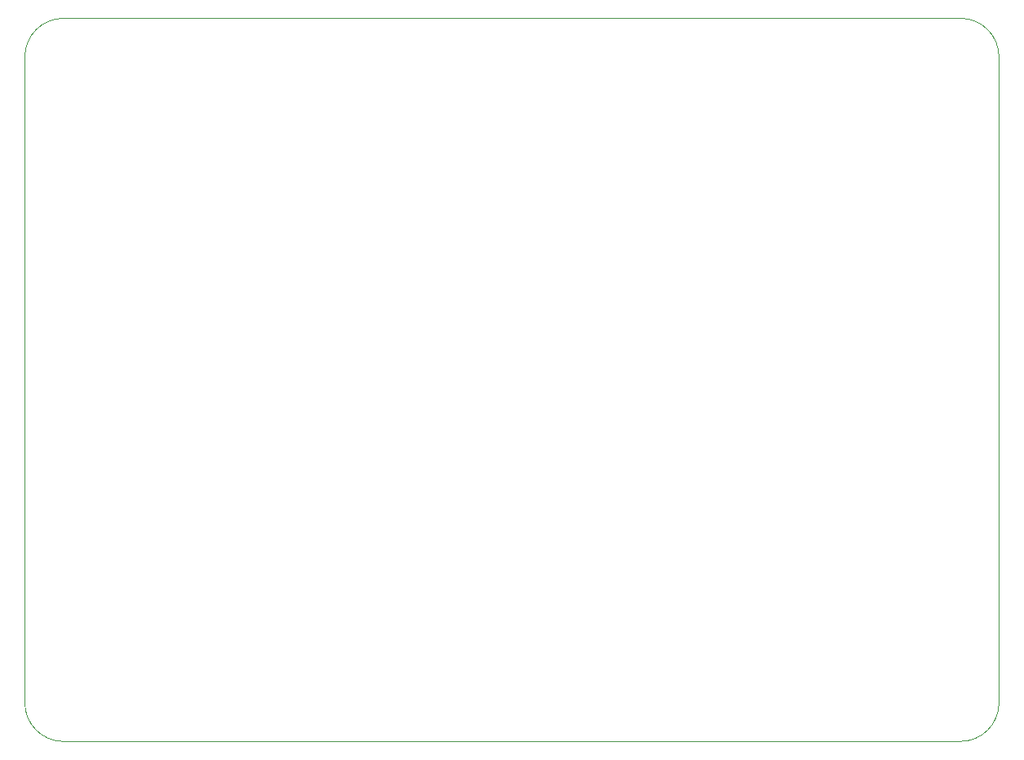
<source format=gm1>
G04 #@! TF.GenerationSoftware,KiCad,Pcbnew,8.0.2*
G04 #@! TF.CreationDate,2025-02-01T15:11:49-07:00*
G04 #@! TF.ProjectId,sdm24logger,73646d32-346c-46f6-9767-65722e6b6963,v3.1*
G04 #@! TF.SameCoordinates,Original*
G04 #@! TF.FileFunction,Profile,NP*
%FSLAX46Y46*%
G04 Gerber Fmt 4.6, Leading zero omitted, Abs format (unit mm)*
G04 Created by KiCad (PCBNEW 8.0.2) date 2025-02-01 15:11:49*
%MOMM*%
%LPD*%
G01*
G04 APERTURE LIST*
G04 #@! TA.AperFunction,Profile*
%ADD10C,0.100000*%
G04 #@! TD*
G04 APERTURE END LIST*
D10*
X86000000Y-157000000D02*
X179000000Y-157000000D01*
X82000000Y-86000000D02*
G75*
G02*
X86000000Y-82000000I4000000J0D01*
G01*
X179000000Y-82000000D02*
G75*
G02*
X183000000Y-86000000I0J-4000000D01*
G01*
X82000000Y-86000000D02*
X82000000Y-153000000D01*
X183000000Y-153000000D02*
X183000000Y-86000000D01*
X86000000Y-157000000D02*
G75*
G02*
X82000000Y-153000000I0J4000000D01*
G01*
X179000000Y-82000000D02*
X86000000Y-82000000D01*
X183000000Y-153000000D02*
G75*
G02*
X179000000Y-157000000I-4000000J0D01*
G01*
M02*

</source>
